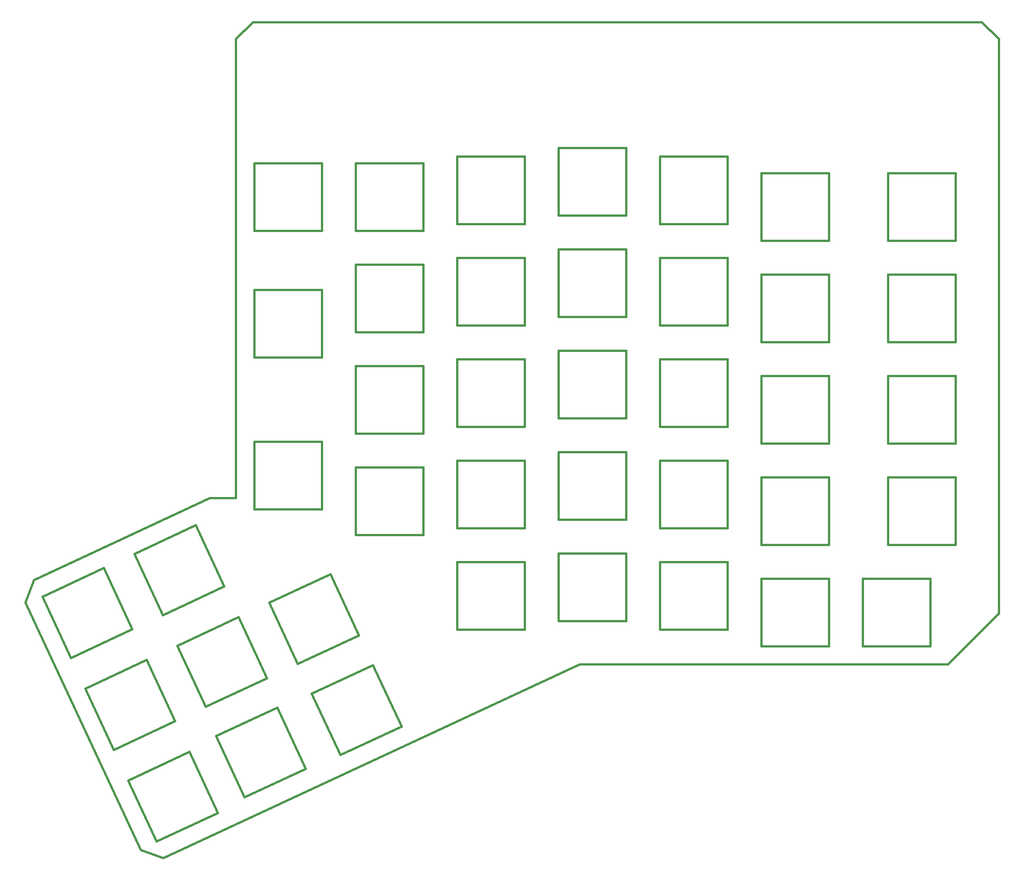
<source format=gbr>
%TF.GenerationSoftware,KiCad,Pcbnew,5.1.7*%
%TF.CreationDate,2020-10-12T11:43:00-07:00*%
%TF.ProjectId,ErgoDOX_right,4572676f-444f-4585-9f72-696768742e6b,2.0.0*%
%TF.SameCoordinates,Original*%
%TF.FileFunction,Other,Comment*%
%FSLAX46Y46*%
G04 Gerber Fmt 4.6, Leading zero omitted, Abs format (unit mm)*
G04 Created by KiCad (PCBNEW 5.1.7) date 2020-10-12 11:43:00*
%MOMM*%
%LPD*%
G01*
G04 APERTURE LIST*
%TA.AperFunction,Profile*%
%ADD10C,0.381000*%
%TD*%
%ADD11C,0.381000*%
G04 APERTURE END LIST*
D10*
X90121000Y-32258000D02*
X93521000Y-32258000D01*
X90121000Y-32258000D02*
X77876400Y-32258000D01*
X95046800Y-32258000D02*
X93521000Y-32258000D01*
X202742800Y-32258000D02*
X143408400Y-32258000D01*
X143408400Y-32258000D02*
X131902200Y-32258000D01*
X131902200Y-32258000D02*
X95046800Y-32258000D01*
X77876400Y-32258000D02*
X65811400Y-32258000D01*
X65811400Y-32258000D02*
X62611000Y-35433000D01*
X127152400Y-152908000D02*
X196392800Y-152908000D01*
X196392800Y-152908000D02*
X205917800Y-143383000D01*
X205917800Y-143383000D02*
X205917800Y-35433000D01*
X205917800Y-35433000D02*
X202742800Y-32258000D01*
X62611000Y-35433000D02*
X62611000Y-121666000D01*
X62611000Y-121666000D02*
X57708800Y-121666000D01*
X57708800Y-121666000D02*
X24617680Y-137096500D01*
X24617680Y-137096500D02*
X23080980Y-141315440D01*
X23080980Y-141315440D02*
X44764960Y-187817760D01*
X44764960Y-187817760D02*
X48983900Y-189351920D01*
X48983900Y-189351920D02*
X127152400Y-152908000D01*
D11*
%TO.C,SW5:13*%
X185102500Y-73355200D02*
X185102500Y-60655200D01*
X197802500Y-73355200D02*
X185102500Y-73355200D01*
X197802500Y-60655200D02*
X197802500Y-73355200D01*
X185102500Y-60655200D02*
X197802500Y-60655200D01*
%TO.C,SX1:7*%
X56943692Y-160922500D02*
X51576440Y-149412392D01*
X68453800Y-155555248D02*
X56943692Y-160922500D01*
X63086548Y-144045140D02*
X68453800Y-155555248D01*
X51576440Y-149412392D02*
X63086548Y-144045140D01*
%TO.C,SW3:13*%
X185102500Y-111452660D02*
X185102500Y-98752660D01*
X197802500Y-111452660D02*
X185102500Y-111452660D01*
X197802500Y-98752660D02*
X197802500Y-111452660D01*
X185102500Y-98752660D02*
X197802500Y-98752660D01*
%TO.C,SW2:9*%
X104140000Y-127327660D02*
X104140000Y-114627660D01*
X116840000Y-127327660D02*
X104140000Y-127327660D01*
X116840000Y-114627660D02*
X116840000Y-127327660D01*
X104140000Y-114627660D02*
X116840000Y-114627660D01*
%TO.C,SW2:10*%
X123190000Y-125730000D02*
X123190000Y-113030000D01*
X135890000Y-125730000D02*
X123190000Y-125730000D01*
X135890000Y-113030000D02*
X135890000Y-125730000D01*
X123190000Y-113030000D02*
X135890000Y-113030000D01*
%TO.C,SW3:9*%
X104140000Y-108277660D02*
X104140000Y-95577660D01*
X116840000Y-108277660D02*
X104140000Y-108277660D01*
X116840000Y-95577660D02*
X116840000Y-108277660D01*
X104140000Y-95577660D02*
X116840000Y-95577660D01*
%TO.C,SW2:11*%
X142240000Y-127327660D02*
X142240000Y-114627660D01*
X154940000Y-127327660D02*
X142240000Y-127327660D01*
X154940000Y-114627660D02*
X154940000Y-127327660D01*
X142240000Y-114627660D02*
X154940000Y-114627660D01*
%TO.C,SW3:10*%
X123190000Y-106680000D02*
X123190000Y-93980000D01*
X135890000Y-106680000D02*
X123190000Y-106680000D01*
X135890000Y-93980000D02*
X135890000Y-106680000D01*
X123190000Y-93980000D02*
X135890000Y-93980000D01*
%TO.C,SW3:11*%
X142240000Y-108277660D02*
X142240000Y-95577660D01*
X154940000Y-108277660D02*
X142240000Y-108277660D01*
X154940000Y-95577660D02*
X154940000Y-108277660D01*
X142240000Y-95577660D02*
X154940000Y-95577660D01*
%TO.C,SW1:11*%
X142240000Y-146377660D02*
X142240000Y-133677660D01*
X154940000Y-146377660D02*
X142240000Y-146377660D01*
X154940000Y-133677660D02*
X154940000Y-146377660D01*
X142240000Y-133677660D02*
X154940000Y-133677660D01*
%TO.C,SW1:10*%
X123190000Y-144780000D02*
X123190000Y-132080000D01*
X135890000Y-144780000D02*
X123190000Y-144780000D01*
X135890000Y-132080000D02*
X135890000Y-144780000D01*
X123190000Y-132080000D02*
X135890000Y-132080000D01*
%TO.C,SW1:9*%
X104140000Y-146377660D02*
X104140000Y-133677660D01*
X116840000Y-146377660D02*
X104140000Y-146377660D01*
X116840000Y-133677660D02*
X116840000Y-146377660D01*
X104140000Y-133677660D02*
X116840000Y-133677660D01*
%TO.C,SX1:8*%
X74208072Y-152870700D02*
X68840820Y-141360592D01*
X85718180Y-147503448D02*
X74208072Y-152870700D01*
X80350928Y-135993340D02*
X85718180Y-147503448D01*
X68840820Y-141360592D02*
X80350928Y-135993340D01*
%TO.C,SW5:12*%
X161290000Y-73355200D02*
X161290000Y-60655200D01*
X173990000Y-73355200D02*
X161290000Y-73355200D01*
X173990000Y-60655200D02*
X173990000Y-73355200D01*
X161290000Y-60655200D02*
X173990000Y-60655200D01*
%TO.C,SW5:11*%
X142240000Y-70177660D02*
X142240000Y-57477660D01*
X154940000Y-70177660D02*
X142240000Y-70177660D01*
X154940000Y-57477660D02*
X154940000Y-70177660D01*
X142240000Y-57477660D02*
X154940000Y-57477660D01*
%TO.C,SW5:10*%
X123190000Y-68580000D02*
X123190000Y-55880000D01*
X135890000Y-68580000D02*
X123190000Y-68580000D01*
X135890000Y-55880000D02*
X135890000Y-68580000D01*
X123190000Y-55880000D02*
X135890000Y-55880000D01*
%TO.C,SW5:9*%
X104140000Y-70177660D02*
X104140000Y-57477660D01*
X116840000Y-70177660D02*
X104140000Y-70177660D01*
X116840000Y-57477660D02*
X116840000Y-70177660D01*
X104140000Y-57477660D02*
X116840000Y-57477660D01*
%TO.C,SW5:8*%
X85090000Y-71450200D02*
X85090000Y-58750200D01*
X97790000Y-71450200D02*
X85090000Y-71450200D01*
X97790000Y-58750200D02*
X97790000Y-71450200D01*
X85090000Y-58750200D02*
X97790000Y-58750200D01*
%TO.C,SW5:7*%
X66040000Y-71450200D02*
X66040000Y-58750200D01*
X78740000Y-71450200D02*
X66040000Y-71450200D01*
X78740000Y-58750200D02*
X78740000Y-71450200D01*
X66040000Y-58750200D02*
X78740000Y-58750200D01*
%TO.C,SW4:13*%
X185102500Y-92402660D02*
X185102500Y-79702660D01*
X197802500Y-92402660D02*
X185102500Y-92402660D01*
X197802500Y-79702660D02*
X197802500Y-92402660D01*
X185102500Y-79702660D02*
X197802500Y-79702660D01*
%TO.C,SW4:12*%
X161290000Y-92402660D02*
X161290000Y-79702660D01*
X173990000Y-92402660D02*
X161290000Y-92402660D01*
X173990000Y-79702660D02*
X173990000Y-92402660D01*
X161290000Y-79702660D02*
X173990000Y-79702660D01*
%TO.C,SW4:11*%
X142240000Y-89227660D02*
X142240000Y-76527660D01*
X154940000Y-89227660D02*
X142240000Y-89227660D01*
X154940000Y-76527660D02*
X154940000Y-89227660D01*
X142240000Y-76527660D02*
X154940000Y-76527660D01*
%TO.C,SW4:10*%
X123190000Y-87630000D02*
X123190000Y-74930000D01*
X135890000Y-87630000D02*
X123190000Y-87630000D01*
X135890000Y-74930000D02*
X135890000Y-87630000D01*
X123190000Y-74930000D02*
X135890000Y-74930000D01*
%TO.C,SW4:9*%
X104140000Y-89227660D02*
X104140000Y-76527660D01*
X116840000Y-89227660D02*
X104140000Y-89227660D01*
X116840000Y-76527660D02*
X116840000Y-89227660D01*
X104140000Y-76527660D02*
X116840000Y-76527660D01*
%TO.C,SW4:8*%
X85090000Y-90497660D02*
X85090000Y-77797660D01*
X97790000Y-90497660D02*
X85090000Y-90497660D01*
X97790000Y-77797660D02*
X97790000Y-90497660D01*
X85090000Y-77797660D02*
X97790000Y-77797660D01*
%TO.C,SW4:7*%
X78740000Y-95260160D02*
X66040000Y-95260160D01*
X78740000Y-82560160D02*
X78740000Y-95260160D01*
X66040000Y-82560160D02*
X78740000Y-82560160D01*
X66040000Y-95260160D02*
X66040000Y-82560160D01*
%TO.C,SW3:12*%
X161290000Y-111452660D02*
X161290000Y-98752660D01*
X173990000Y-111452660D02*
X161290000Y-111452660D01*
X173990000Y-98752660D02*
X173990000Y-111452660D01*
X161290000Y-98752660D02*
X173990000Y-98752660D01*
%TO.C,SW3:8*%
X85090000Y-109547660D02*
X85090000Y-96847660D01*
X97790000Y-109547660D02*
X85090000Y-109547660D01*
X97790000Y-96847660D02*
X97790000Y-109547660D01*
X85090000Y-96847660D02*
X97790000Y-96847660D01*
%TO.C,SW2:13*%
X185102500Y-130502660D02*
X185102500Y-117802660D01*
X197802500Y-130502660D02*
X185102500Y-130502660D01*
X197802500Y-117802660D02*
X197802500Y-130502660D01*
X185102500Y-117802660D02*
X197802500Y-117802660D01*
%TO.C,SW2:12*%
X161290000Y-130502660D02*
X161290000Y-117802660D01*
X173990000Y-130502660D02*
X161290000Y-130502660D01*
X173990000Y-117802660D02*
X173990000Y-130502660D01*
X161290000Y-117802660D02*
X173990000Y-117802660D01*
%TO.C,SW2:8*%
X85090000Y-128597660D02*
X85090000Y-115897660D01*
X97790000Y-128597660D02*
X85090000Y-128597660D01*
X97790000Y-115897660D02*
X97790000Y-128597660D01*
X85090000Y-115897660D02*
X97790000Y-115897660D01*
%TO.C,SW2:7*%
X78740000Y-123835160D02*
X66040000Y-123835160D01*
X78740000Y-111135160D02*
X78740000Y-123835160D01*
X66040000Y-111135160D02*
X78740000Y-111135160D01*
X66040000Y-123835160D02*
X66040000Y-111135160D01*
%TO.C,SW1:13*%
X180340000Y-149552660D02*
X180340000Y-136852660D01*
X193040000Y-149552660D02*
X180340000Y-149552660D01*
X193040000Y-136852660D02*
X193040000Y-149552660D01*
X180340000Y-136852660D02*
X193040000Y-136852660D01*
%TO.C,SW1:12*%
X161290000Y-149552660D02*
X161290000Y-136852660D01*
X173990000Y-149552660D02*
X161290000Y-149552660D01*
X173990000Y-136852660D02*
X173990000Y-149552660D01*
X161290000Y-136852660D02*
X173990000Y-136852660D01*
%TO.C,SW0:12*%
X47728572Y-186238680D02*
X42361320Y-174728572D01*
X59238680Y-180871428D02*
X47728572Y-186238680D01*
X53871428Y-169361320D02*
X59238680Y-180871428D01*
X42361320Y-174728572D02*
X53871428Y-169361320D01*
%TO.C,SW0:11*%
X64204572Y-177936680D02*
X58837320Y-166426572D01*
X75714680Y-172569428D02*
X64204572Y-177936680D01*
X70347428Y-161059320D02*
X75714680Y-172569428D01*
X58837320Y-166426572D02*
X70347428Y-161059320D01*
%TO.C,SW0:10*%
X82204572Y-169936680D02*
X76837320Y-158426572D01*
X93714680Y-164569428D02*
X82204572Y-169936680D01*
X88347428Y-153059320D02*
X93714680Y-164569428D01*
X76837320Y-158426572D02*
X88347428Y-153059320D01*
%TO.C,SW0:9*%
X39676772Y-168971760D02*
X34309520Y-157461652D01*
X51186880Y-163604508D02*
X39676772Y-168971760D01*
X45819628Y-152094400D02*
X51186880Y-163604508D01*
X34309520Y-157461652D02*
X45819628Y-152094400D01*
%TO.C,SW0:8*%
X48891892Y-143658120D02*
X43524640Y-132148012D01*
X60402000Y-138290868D02*
X48891892Y-143658120D01*
X55034748Y-126780760D02*
X60402000Y-138290868D01*
X43524640Y-132148012D02*
X55034748Y-126780760D01*
%TO.C,SW0:7*%
X31627512Y-151707380D02*
X26260260Y-140197272D01*
X43137620Y-146340128D02*
X31627512Y-151707380D01*
X37770368Y-134830020D02*
X43137620Y-146340128D01*
X26260260Y-140197272D02*
X37770368Y-134830020D01*
%TD*%
M02*

</source>
